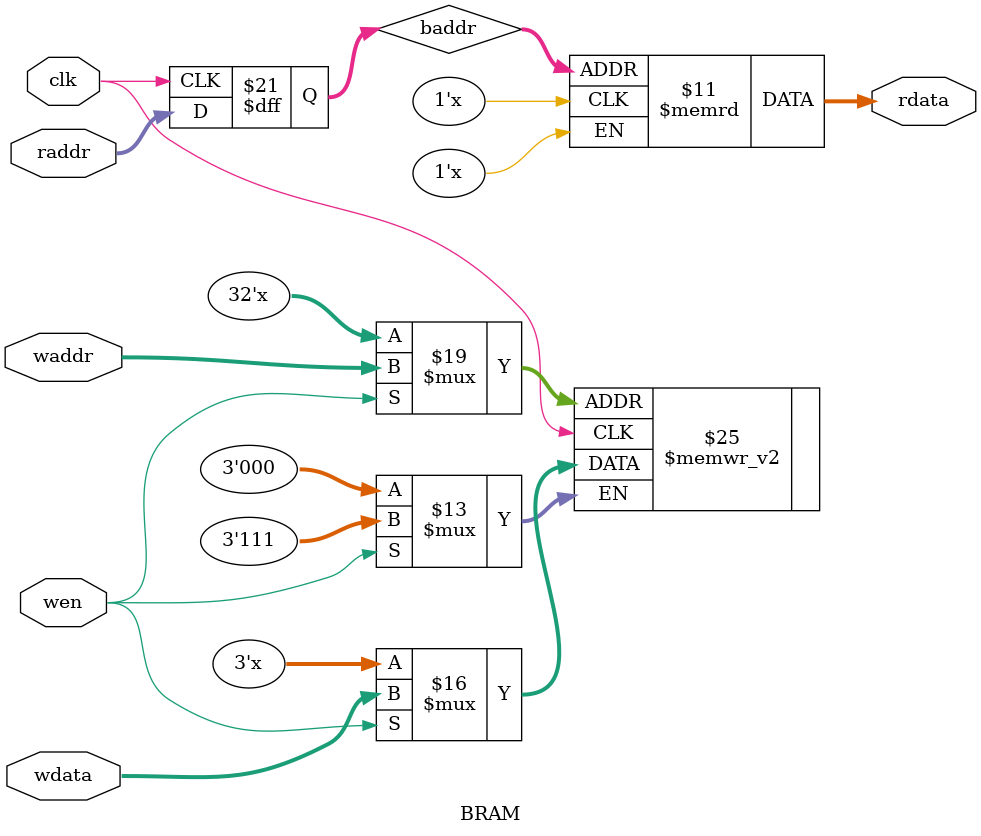
<source format=sv>
`default_nettype none

module topview
  #( parameter integer IN_HEIGHT  = -1,
     parameter integer IN_WIDTH   = -1,
     parameter integer OUT_HEIGHT = -1,
     parameter integer OUT_WIDTH  = -1,
     parameter real    SCALE      = -1, 
     parameter integer HVC        = -1,
     parameter integer HC         = -1,
     parameter integer DVC        = -1,
     parameter integer F          = -1,
     parameter integer FP         = -1,
     parameter real    THETA      = -1.0,
     parameter integer signed CX  = -1,
     parameter integer signed CY  = -1,
     parameter integer signed CXP = -1,
     parameter integer signed CYP = -1 )
   ( clk, n_rst,
     in_flag, in_valid, in_start_v, in_start_h, in_end_v, in_end_h,
     out_start_v, out_start_h, out_end_v, out_end_h, out_valid,
     raddr, rdata, ready, line_num
   );

   localparam integer BIT_WIDTH         = 32;
   localparam signed [BIT_WIDTH-1:0] C0 = SCALE * F * HVC * $sin(THETA) - SCALE * HVC * CY * $cos(THETA);
   localparam signed [BIT_WIDTH-1:0] C1 = SCALE * HVC * $cos(THETA);
   localparam signed [BIT_WIDTH-1:0] C2 = SCALE * FP * HC;
   localparam signed [BIT_WIDTH-1:0] C3 = SCALE * FP * HC * CX;
   localparam signed [BIT_WIDTH-1:0] C4 = SCALE * FP * HC * $sin(THETA);
   localparam signed [BIT_WIDTH-1:0] C5 = SCALE * FP * HC * $sin(THETA) * CY + SCALE * FP * HC * F * $cos(THETA);
   localparam signed [BIT_WIDTH-1:0] C6 = CYP + FP * DVC / HVC;

   localparam integer H_BITW  = $clog2(IN_WIDTH);  // 10
   localparam integer V_BITW  = $clog2(IN_HEIGHT); // 9

   localparam integer signed MIN_OUTV_ABS = abs(C6 - C5 / C0);
   localparam integer signed MAX_OUTV_ABS = abs(C6 + (C4 * (IN_HEIGHT - 1) - C5) / (C0 + C1 * (IN_HEIGHT - 1)));
   localparam integer signed MIN_OUTH_ABS = abs(-C3 / C0 + CXP);
   localparam integer signed MAX_OUTH_ABS = abs((C2 * (IN_WIDTH - 1 - CX) - C3) / C0 + CXP);

   // localparam integer OUT_V_BITW = bitW(.minValue(C6 - C5 / C0),   .maxValue(C6 + (C4 * (IN_HEIGHT - 1) - C5) / (C0 + C1 * (IN_HEIGHT - 1)))))
   // localparam integer OUT_H_BITW = bitW(.minValue(-C3 / C0 + CXP), .maxValue((C2 * (IN_WIDTH - 1 - CX) - C3) / C0 + CXP))
   localparam integer OUT_V_BITW = 32;
   localparam integer OUT_H_BITW = 32;

   localparam integer RAM_SIZE = 4096;
   localparam integer RAM_ADDR_W = $clog2(RAM_SIZE);
   localparam integer OUT_H_BITW_2 = $clog2(OUT_WIDTH);
   localparam integer OUT_V_BITW_2 = $clog2(OUT_HEIGHT);
   localparam integer DATA_WIDTH = 2 * (OUT_V_BITW_2 + OUT_H_BITW_2) + 1;
   
   // inputs / outputs --------------------------------------------------------
   input wire 	                clk, n_rst, in_flag, in_valid;   
   input wire [V_BITW-1:0] 	in_start_v, in_end_v;
   input wire [H_BITW-1:0] 	in_start_h, in_end_h;
   input wire [RAM_ADDR_W-1:0] 	raddr;
   
   output wire signed [OUT_V_BITW-1:0] out_start_v, out_end_v;
   output wire signed [OUT_H_BITW-1:0] out_start_h, out_end_h;
   output wire 			       out_valid;
   output wire [DATA_WIDTH-1:0]        rdata;
   output reg 			       ready;
   output reg [RAM_ADDR_W-1:0] 	       line_num;
   
   assign out_valid = 0 <= out_start_h && out_start_h < OUT_WIDTH  && 0 <= out_end_h && out_end_h < OUT_WIDTH &&
		  0 <= out_start_v && out_start_v < OUT_HEIGHT && 0 <= out_end_v && out_end_v < OUT_HEIGHT;
   
   // topview transformation --------------------------------------------------
   topview_trans
     #(  .BIT_WIDTH(BIT_WIDTH), .H_BITW(H_BITW), .V_BITW(V_BITW),
	 .OUT_H_BITW(OUT_H_BITW), .OUT_V_BITW(OUT_V_BITW),
	 .C0(C0), .C1(C1), .C2(C2), .C3(C3), .C4(C4), .C5(C5), .C6(C6),
	 .CXP(CXP) )
   topview_trans_inst0
     (   .clk(clk), 
	 .in_v(in_start_v),   .in_h(in_start_h),
	 .out_v(out_start_v), .out_h(out_start_h) ),
   topview_trans_inst1
     (   .clk(clk), 
	 .in_v(in_end_v),   .in_h(in_end_h),
	 .out_v(out_end_v), .out_h(out_end_h) );

   // BRAM ---------------------------------------------------------------------

   // LSDの出力との遅延分ずらす
   reg flag_buff[0:3], valid_buff[0:3];
   always@(posedge clk) begin
      flag_buff[0] <= in_flag;
      valid_buff[0] <= in_valid;
      for(integer ii = 0; ii < 3; ii = ii + 1) begin
	 flag_buff[ii + 1] <= flag_buff[ii];
	 valid_buff[ii + 1] <= valid_buff[ii];
      end
   end
   

   reg [RAM_ADDR_W-1:0] waddr;
   wire [DATA_WIDTH-1:0] wdata;
   
   assign wdata = {out_start_v[OUT_V_BITW_2-1:0], out_start_h[OUT_H_BITW_2-1:0], 
		     out_end_v[OUT_V_BITW_2-1:0],   out_end_h[OUT_H_BITW_2-1:0], out_valid};
   
   always @(posedge clk) begin
      if(!n_rst) begin
	 ready <= '0;
	 line_num <= '0;
      end else begin
	 if(flag_buff[3]) begin
	    ready <= '0;
	    if(valid_buff[3]) begin
	       waddr <= waddr + 1'b1;
	       line_num <= line_num + 1'b1;
	    end
	 end else begin
	    if(line_num != 0)
	      ready <= 1'b1;
	    waddr <= '1 - 3; // LSDの出力との遅延分ずらし
	 end
      end
   end
   
   
   BRAM 
    #(.DATA_SIZE(RAM_SIZE), .DATA_WIDTH(DATA_WIDTH) )
   topview_ls_bram
     (
      .clk(clk), .wen(flag_buff[3] && valid_buff[3]), 
      .waddr(waddr), .wdata(wdata),
      .raddr(raddr), .rdata(rdata)
      );

   
   // function ----------------------------------------------------------------
   function integer signed abs;
      input integer signed value;
      begin
	 if(value > 0) 
	   abs = value;
	 else
	   abs = -value;
      end
   endfunction

   function integer bitW;
      input integer signed minValue, maxValue;
      integer min_abs = abs(minValue), max_abs = abs(maxValue);
      begin
	 if(max_abs > min_abs) 
	   bitW = $clog2(max_abs) + 1;
	 else
	   bitW = $clog2(min_abs) + 1;
      end
   endfunction
   
endmodule // topview

module topview_trans
  #(
    parameter integer BIT_WIDTH  = 32,
    parameter integer H_BITW     = -1,
    parameter integer V_BITW     = -1,
    parameter integer OUT_H_BITW = -1,
    parameter integer OUT_V_BITW = -1,
    parameter integer signed C0  = -1, 
    parameter integer signed C1  = -1,
    parameter integer signed C2  = -1,
    parameter integer signed C3  = -1,
    parameter integer signed C4  = -1,
    parameter integer signed C5  = -1,
    parameter integer signed C6  = -1,
    parameter integer signed CXP = -1 ) 
   (
    clk,
    in_v, in_h, 
    out_v, out_h
   );

   input wire 	      clk;
   input wire [V_BITW-1:0] in_v;
   input wire [H_BITW-1:0] in_h;
   output wire signed [OUT_V_BITW-1:0] out_v;
   output wire signed [OUT_H_BITW-1:0] out_h;

   
   reg signed [BIT_WIDTH-1:0] 	f[0:2], g[0:2], h[0:1], I[0:1];
   
   always @(posedge clk) begin
      f[0] <= C1 * in_v;
      f[1] <= C2 * in_h;
      f[2] <= C4 * in_v;
      
      g[0] <= C0 + f[0];
      g[1] <= f[1] - C3;
      g[2] <= f[2] - C5;

      h[0] <= g[1] / g[0];
      h[1] <= g[2] / g[0];

      I[0] <= h[0] + CXP;
      I[1] <= C6 + h[1];
   end

   assign out_v = I[1];
   assign out_h = I[0];

   // function ----------------------------------------------------------------
   function integer signed abs;
      input integer signed value;
      begin
	 if(value > 0) 
	   abs = value;
	 else
	   abs = -value;
      end
   endfunction

   function integer bitW;
      input integer signed minValue, maxValue;
      integer min_abs = abs(minValue), max_abs = abs(maxValue);
      begin
	 if(max_abs > min_abs) 
	   bitW = $clog2(max_abs) + 1;
	 else
	   bitW = $clog2(min_abs) + 1;
      end
   endfunction

   
endmodule
   
module BRAM
  # (
     parameter integer DATA_WIDTH = -1, DATA_SIZE = -1
     )(clk, wen, waddr, raddr, wdata, rdata);
   
   localparam integer  ADDR_WIDTH = $clog2(DATA_SIZE);
   input wire clk, wen;
   input wire  [ADDR_WIDTH-1:0] waddr, raddr;
   input wire  [DATA_WIDTH-1:0] wdata;
   output wire [DATA_WIDTH-1:0] rdata;

   reg [ADDR_WIDTH-1:0]        baddr;
   (* RAM_STYLE="BLOCK" *) reg [DATA_WIDTH-1:0] ram[0:2 ** ADDR_WIDTH-1];
   always@ (posedge clk) begin
      if(wen)
	ram[waddr] <= wdata;
      baddr <= raddr; 
   end
   
   assign rdata = ram[baddr];
endmodule


`default_nettype wire

</source>
